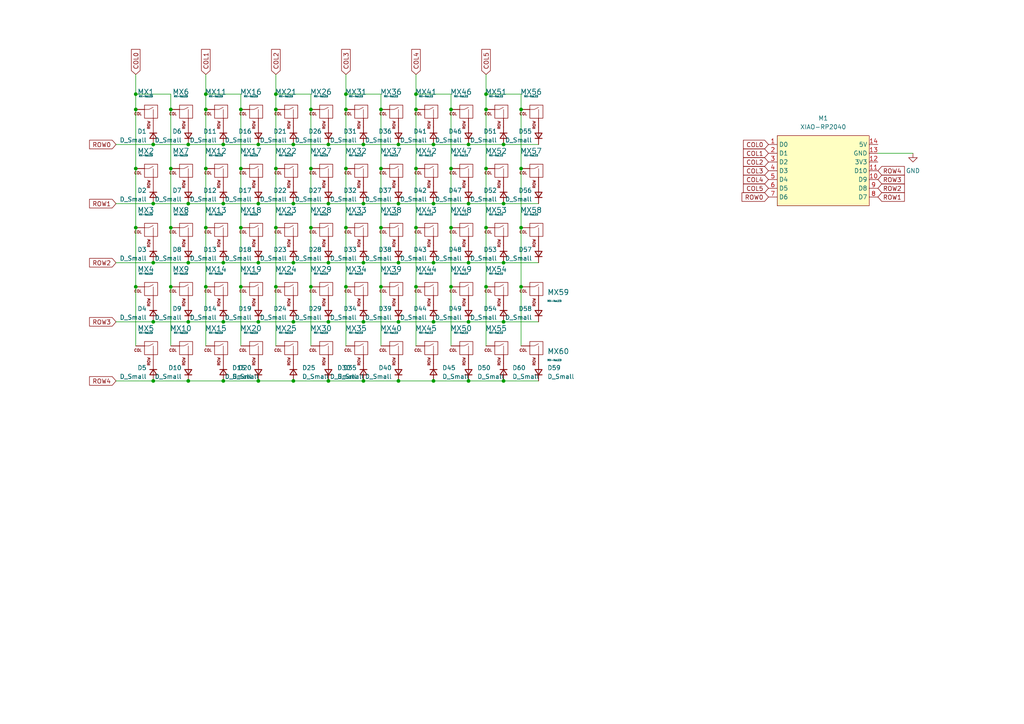
<source format=kicad_sch>
(kicad_sch (version 20211123) (generator eeschema)
  (paper "A4")
  (lib_symbols
    (symbol "Device:D_Small" (pin_numbers hide) (pin_names (offset 0.254) hide)
      (property "Reference" "D" (at -1.27 2.032 0))
      (property "Value" "D_Small" (at -3.81 -2.032 0))
      (symbol "D_Small_0_1"
        (polyline (pts (xy -0.762 -1.016) (xy -0.762 1.016)) (stroke (width 0.254)))
        (polyline (pts (xy -0.762 0) (xy 0.762 0)))
        (polyline (pts (xy 0.762 -1.016) (xy -0.762 0) (xy 0.762 1.016) (xy 0.762 -1.016)) (stroke (width 0.254)))
      )
      (symbol "D_Small_1_1"
        (pin passive line (at -2.54 0 0) (length 1.778) (name "K") (number "1"))
        (pin passive line (at 2.54 0 180) (length 1.778) (name "A") (number "2"))
      )
    )
    (symbol "MX_Alps_Hybrid:MX-NoLED" (pin_names (offset 1.016))
      (property "Reference" "MX" (at -0.635 3.81 0))
      (property "Value" "MX-NoLED" (at -0.635 1.27 0))
      (symbol "MX-NoLED_0_0"
        (rectangle (start -2.54 2.54) (end 1.27 -1.27))
        (polyline (pts (xy -1.27 -1.27) (xy -1.27 1.27)) (stroke (width 0.127)))
        (polyline (pts (xy 1.27 1.27) (xy 0 1.27) (xy -1.27 1.905)) (stroke (width 0.127)))
        (text "COL" (at 3.175 0 0) (effects (font (size 0.762 0.762))))
        (text "ROW" (at 0 -1.905 900) (effects (font (size 0.762 0.762)) (justify right)))
      )
      (symbol "MX-NoLED_1_1"
        (pin passive line (at 3.81 1.27 180) (length 2.54) (name "COL") (number "1"))
        (pin passive line (at -1.27 -3.81 90) (length 2.54) (name "ROW") (number "2"))
      )
    )
    (symbol "power:GND" (power) (pin_names (offset 0))
      (property "Value" "GND" (at 0 -3.81 0))
      (symbol "GND_0_1"
        (polyline (pts (xy 0 0) (xy 0 -1.27) (xy 1.27 -1.27) (xy 0 -2.54) (xy -1.27 -1.27) (xy 0 -1.27)))
      )
      (symbol "GND_1_1"
        (pin power_in line (at 0 0 270) (length 0) hide (name "GND") (number "1"))
      )
    )
    (symbol "xiao-rp2040:XIAO-RP2040"
      (property "Reference" "M" (at 0 0 0))
      (property "Value" "XIAO-RP2040" (at 0 2.54 0))
      (symbol "XIAO-RP2040_0_1"
        (rectangle (start -12.7 10.16) (end 13.97 -10.16) (fill (type background)))
      )
      (symbol "XIAO-RP2040_1_1"
        (pin bidirectional line (at -15.24 7.62 0) (length 2.54) (name "D0") (number "1"))
        (pin bidirectional line (at 16.51 -2.54 180) (length 2.54) (name "D9") (number "10"))
        (pin bidirectional line (at 16.51 0 180) (length 2.54) (name "D10") (number "11"))
        (pin power_in line (at 16.51 2.54 180) (length 2.54) (name "3V3") (number "12"))
        (pin power_in line (at 16.51 5.08 180) (length 2.54) (name "GND") (number "13"))
        (pin power_in line (at 16.51 7.62 180) (length 2.54) (name "5V") (number "14"))
        (pin bidirectional line (at -15.24 5.08 0) (length 2.54) (name "D1") (number "2"))
        (pin bidirectional line (at -15.24 2.54 0) (length 2.54) (name "D2") (number "3"))
        (pin bidirectional line (at -15.24 0 0) (length 2.54) (name "D3") (number "4"))
        (pin bidirectional line (at -15.24 -2.54 0) (length 2.54) (name "D4") (number "5"))
        (pin bidirectional line (at -15.24 -5.08 0) (length 2.54) (name "D5") (number "6"))
        (pin bidirectional line (at -15.24 -7.62 0) (length 2.54) (name "D6") (number "7"))
        (pin bidirectional line (at 16.51 -7.62 180) (length 2.54) (name "D7") (number "8"))
        (pin bidirectional line (at 16.51 -5.08 180) (length 2.54) (name "D8") (number "9"))
      )
    )
  )
  (junction (at 69.85 31.75))
  (junction (at 151.13 66.04))
  (junction (at 105.41 110.49))
  (junction (at 130.81 83.185))
  (junction (at 95.25 93.345))
  (junction (at 146.05 110.49))
  (junction (at 151.13 48.895))
  (junction (at 115.57 76.2))
  (junction (at 125.73 76.2))
  (junction (at 90.17 31.75))
  (junction (at 39.37 66.04))
  (junction (at 74.93 93.345))
  (junction (at 120.65 66.04))
  (junction (at 64.77 59.055))
  (junction (at 151.13 83.185))
  (junction (at 140.97 66.04))
  (junction (at 130.81 48.895))
  (junction (at 115.57 110.49))
  (junction (at 151.13 31.75))
  (junction (at 64.77 93.345))
  (junction (at 54.61 110.49))
  (junction (at 125.73 110.49))
  (junction (at 146.05 41.91))
  (junction (at 44.45 93.345))
  (junction (at 74.93 41.91))
  (junction (at 100.33 83.185))
  (junction (at 64.77 41.91))
  (junction (at 39.37 27.305))
  (junction (at 69.85 48.895))
  (junction (at 80.01 48.895))
  (junction (at 74.93 76.2))
  (junction (at 69.85 66.04))
  (junction (at 39.37 48.895))
  (junction (at 49.53 31.75))
  (junction (at 85.09 110.49))
  (junction (at 100.33 27.305))
  (junction (at 125.73 41.91))
  (junction (at 39.37 83.185))
  (junction (at 59.69 27.305))
  (junction (at 135.89 59.055))
  (junction (at 105.41 41.91))
  (junction (at 95.25 59.055))
  (junction (at 64.77 76.2))
  (junction (at 44.45 41.91))
  (junction (at 59.69 48.895))
  (junction (at 44.45 110.49))
  (junction (at 59.69 66.04))
  (junction (at 90.17 83.185))
  (junction (at 110.49 66.04))
  (junction (at 80.01 31.75))
  (junction (at 135.89 110.49))
  (junction (at 140.97 83.185))
  (junction (at 95.25 110.49))
  (junction (at 115.57 41.91))
  (junction (at 146.05 76.2))
  (junction (at 85.09 76.2))
  (junction (at 110.49 48.895))
  (junction (at 54.61 93.345))
  (junction (at 105.41 76.2))
  (junction (at 135.89 93.345))
  (junction (at 95.25 76.2))
  (junction (at 125.73 59.055))
  (junction (at 95.25 41.91))
  (junction (at 59.69 31.75))
  (junction (at 135.89 76.2))
  (junction (at 69.85 83.185))
  (junction (at 105.41 93.345))
  (junction (at 54.61 76.2))
  (junction (at 140.97 27.305))
  (junction (at 120.65 48.895))
  (junction (at 146.05 59.055))
  (junction (at 44.45 59.055))
  (junction (at 49.53 66.04))
  (junction (at 120.65 27.305))
  (junction (at 54.61 59.055))
  (junction (at 125.73 93.345))
  (junction (at 110.49 83.185))
  (junction (at 80.01 27.305))
  (junction (at 100.33 48.895))
  (junction (at 90.17 66.04))
  (junction (at 120.65 31.75))
  (junction (at 74.93 110.49))
  (junction (at 110.49 31.75))
  (junction (at 64.77 110.49))
  (junction (at 115.57 59.055))
  (junction (at 135.89 41.91))
  (junction (at 105.41 59.055))
  (junction (at 49.53 48.895))
  (junction (at 49.53 83.185))
  (junction (at 85.09 41.91))
  (junction (at 80.01 83.185))
  (junction (at 44.45 76.2))
  (junction (at 140.97 31.75))
  (junction (at 59.69 83.185))
  (junction (at 100.33 31.75))
  (junction (at 146.05 93.345))
  (junction (at 130.81 66.04))
  (junction (at 74.93 59.055))
  (junction (at 130.81 31.75))
  (junction (at 54.61 41.91))
  (junction (at 39.37 31.75))
  (junction (at 120.65 83.185))
  (junction (at 85.09 59.055))
  (junction (at 140.97 48.895))
  (junction (at 115.57 93.345))
  (junction (at 80.01 66.04))
  (junction (at 100.33 66.04))
  (junction (at 90.17 48.895))
  (junction (at 85.09 93.345))
  (wire (pts (xy 135.89 76.2) (xy 146.05 76.2)))
  (wire (pts (xy 85.09 110.49) (xy 95.25 110.49)))
  (wire (pts (xy 69.85 48.895) (xy 69.85 66.04)))
  (wire (pts (xy 39.37 21.59) (xy 39.37 27.305)))
  (wire (pts (xy 100.33 27.305) (xy 100.33 31.75)))
  (wire (pts (xy 151.13 83.185) (xy 151.13 100.33)))
  (wire (pts (xy 135.89 41.91) (xy 125.73 41.91)))
  (wire (pts (xy 140.97 83.185) (xy 140.97 100.33)))
  (wire (pts (xy 140.97 66.04) (xy 140.97 83.185)))
  (wire (pts (xy 95.25 41.91) (xy 85.09 41.91)))
  (wire (pts (xy 140.97 48.895) (xy 140.97 66.04)))
  (wire (pts (xy 74.93 93.345) (xy 85.09 93.345)))
  (wire (pts (xy 90.17 48.895) (xy 90.17 66.04)))
  (wire (pts (xy 39.37 31.75) (xy 39.37 48.895)))
  (wire (pts (xy 140.97 27.305) (xy 140.97 31.75)))
  (wire (pts (xy 130.81 31.75) (xy 130.81 27.305)))
  (wire (pts (xy 64.77 41.91) (xy 54.61 41.91)))
  (wire (pts (xy 140.97 21.59) (xy 140.97 27.305)))
  (wire (pts (xy 110.49 48.895) (xy 110.49 66.04)))
  (wire (pts (xy 100.33 21.59) (xy 100.33 27.305)))
  (wire (pts (xy 49.53 27.305) (xy 39.37 27.305)))
  (wire (pts (xy 135.89 59.055) (xy 146.05 59.055)))
  (wire (pts (xy 49.53 66.04) (xy 49.53 83.185)))
  (wire (pts (xy 146.05 110.49) (xy 156.21 110.49)))
  (wire (pts (xy 115.57 93.345) (xy 105.41 93.345)))
  (wire (pts (xy 49.53 31.75) (xy 49.53 48.895)))
  (wire (pts (xy 74.93 76.2) (xy 64.77 76.2)))
  (wire (pts (xy 125.73 59.055) (xy 115.57 59.055)))
  (wire (pts (xy 151.13 48.895) (xy 151.13 66.04)))
  (wire (pts (xy 59.69 31.75) (xy 59.69 48.895)))
  (wire (pts (xy 54.61 41.91) (xy 44.45 41.91)))
  (wire (pts (xy 39.37 83.185) (xy 39.37 100.33)))
  (wire (pts (xy 49.53 83.185) (xy 49.53 100.33)))
  (wire (pts (xy 140.97 31.75) (xy 140.97 48.895)))
  (wire (pts (xy 120.65 21.59) (xy 120.65 27.305)))
  (wire (pts (xy 80.01 31.75) (xy 80.01 48.895)))
  (wire (pts (xy 54.61 110.49) (xy 64.77 110.49)))
  (wire (pts (xy 80.01 27.305) (xy 80.01 31.75)))
  (wire (pts (xy 39.37 48.895) (xy 39.37 66.04)))
  (wire (pts (xy 105.41 110.49) (xy 115.57 110.49)))
  (wire (pts (xy 130.81 31.75) (xy 130.81 48.895)))
  (wire (pts (xy 39.37 66.04) (xy 39.37 83.185)))
  (wire (pts (xy 95.25 76.2) (xy 85.09 76.2)))
  (wire (pts (xy 90.17 83.185) (xy 90.17 100.33)))
  (wire (pts (xy 90.17 31.75) (xy 90.17 27.305)))
  (wire (pts (xy 74.93 93.345) (xy 64.77 93.345)))
  (wire (pts (xy 156.21 76.2) (xy 146.05 76.2)))
  (wire (pts (xy 69.85 31.75) (xy 69.85 48.895)))
  (wire (pts (xy 105.41 59.055) (xy 95.25 59.055)))
  (wire (pts (xy 151.13 31.75) (xy 151.13 48.895)))
  (wire (pts (xy 135.89 110.49) (xy 146.05 110.49)))
  (wire (pts (xy 95.25 110.49) (xy 105.41 110.49)))
  (wire (pts (xy 125.73 76.2) (xy 115.57 76.2)))
  (wire (pts (xy 33.655 41.91) (xy 44.45 41.91)))
  (wire (pts (xy 110.49 31.75) (xy 110.49 27.305)))
  (wire (pts (xy 110.49 27.305) (xy 100.33 27.305)))
  (wire (pts (xy 115.57 76.2) (xy 105.41 76.2)))
  (wire (pts (xy 49.53 48.895) (xy 49.53 66.04)))
  (wire (pts (xy 59.69 48.895) (xy 59.69 66.04)))
  (wire (pts (xy 64.77 93.345) (xy 54.61 93.345)))
  (wire (pts (xy 110.49 66.04) (xy 110.49 83.185)))
  (wire (pts (xy 69.85 83.185) (xy 69.85 100.33)))
  (wire (pts (xy 151.13 66.04) (xy 151.13 83.185)))
  (wire (pts (xy 130.81 27.305) (xy 120.65 27.305)))
  (wire (pts (xy 90.17 31.75) (xy 90.17 48.895)))
  (wire (pts (xy 156.21 93.345) (xy 146.05 93.345)))
  (wire (pts (xy 33.655 110.49) (xy 44.45 110.49)))
  (wire (pts (xy 49.53 31.75) (xy 49.53 27.305)))
  (wire (pts (xy 54.61 76.2) (xy 44.45 76.2)))
  (wire (pts (xy 130.81 48.895) (xy 130.81 66.04)))
  (wire (pts (xy 135.89 59.055) (xy 125.73 59.055)))
  (wire (pts (xy 74.93 41.91) (xy 64.77 41.91)))
  (wire (pts (xy 59.69 27.305) (xy 59.69 31.75)))
  (wire (pts (xy 33.655 93.345) (xy 44.45 93.345)))
  (wire (pts (xy 115.57 59.055) (xy 105.41 59.055)))
  (wire (pts (xy 125.73 93.345) (xy 115.57 93.345)))
  (wire (pts (xy 33.655 59.055) (xy 44.45 59.055)))
  (wire (pts (xy 74.93 41.91) (xy 85.09 41.91)))
  (wire (pts (xy 254.635 44.45) (xy 264.795 44.45)))
  (wire (pts (xy 120.65 31.75) (xy 120.65 48.895)))
  (wire (pts (xy 100.33 83.185) (xy 100.33 100.33)))
  (wire (pts (xy 110.49 31.75) (xy 110.49 48.895)))
  (wire (pts (xy 69.85 31.75) (xy 69.85 27.305)))
  (wire (pts (xy 105.41 76.2) (xy 95.25 76.2)))
  (wire (pts (xy 59.69 83.185) (xy 59.69 100.33)))
  (wire (pts (xy 80.01 83.185) (xy 80.01 100.33)))
  (wire (pts (xy 74.93 76.2) (xy 85.09 76.2)))
  (wire (pts (xy 59.69 66.04) (xy 59.69 83.185)))
  (wire (pts (xy 64.77 76.2) (xy 54.61 76.2)))
  (wire (pts (xy 100.33 48.895) (xy 100.33 66.04)))
  (wire (pts (xy 80.01 48.895) (xy 80.01 66.04)))
  (wire (pts (xy 105.41 93.345) (xy 95.25 93.345)))
  (wire (pts (xy 80.01 21.59) (xy 80.01 27.305)))
  (wire (pts (xy 115.57 110.49) (xy 125.73 110.49)))
  (wire (pts (xy 151.13 27.305) (xy 140.97 27.305)))
  (wire (pts (xy 69.85 66.04) (xy 69.85 83.185)))
  (wire (pts (xy 156.21 41.91) (xy 146.05 41.91)))
  (wire (pts (xy 120.65 48.895) (xy 120.65 66.04)))
  (wire (pts (xy 156.21 59.055) (xy 146.05 59.055)))
  (wire (pts (xy 64.77 59.055) (xy 54.61 59.055)))
  (wire (pts (xy 69.85 27.305) (xy 59.69 27.305)))
  (wire (pts (xy 151.13 27.305) (xy 151.13 31.75)))
  (wire (pts (xy 100.33 66.04) (xy 100.33 83.185)))
  (wire (pts (xy 130.81 83.185) (xy 130.81 100.33)))
  (wire (pts (xy 100.33 31.75) (xy 100.33 48.895)))
  (wire (pts (xy 95.25 93.345) (xy 85.09 93.345)))
  (wire (pts (xy 74.93 59.055) (xy 85.09 59.055)))
  (wire (pts (xy 59.69 21.59) (xy 59.69 27.305)))
  (wire (pts (xy 90.17 66.04) (xy 90.17 83.185)))
  (wire (pts (xy 130.81 66.04) (xy 130.81 83.185)))
  (wire (pts (xy 80.01 66.04) (xy 80.01 83.185)))
  (wire (pts (xy 135.89 93.345) (xy 146.05 93.345)))
  (wire (pts (xy 90.17 27.305) (xy 80.01 27.305)))
  (wire (pts (xy 125.73 41.91) (xy 115.57 41.91)))
  (wire (pts (xy 105.41 41.91) (xy 95.25 41.91)))
  (wire (pts (xy 135.89 76.2) (xy 125.73 76.2)))
  (wire (pts (xy 120.65 27.305) (xy 120.65 31.75)))
  (wire (pts (xy 74.93 110.49) (xy 85.09 110.49)))
  (wire (pts (xy 74.93 59.055) (xy 64.77 59.055)))
  (wire (pts (xy 54.61 59.055) (xy 44.45 59.055)))
  (wire (pts (xy 135.89 41.91) (xy 146.05 41.91)))
  (wire (pts (xy 110.49 83.185) (xy 110.49 100.33)))
  (wire (pts (xy 120.65 83.185) (xy 120.65 100.33)))
  (wire (pts (xy 115.57 41.91) (xy 105.41 41.91)))
  (wire (pts (xy 64.77 110.49) (xy 74.93 110.49)))
  (wire (pts (xy 120.65 66.04) (xy 120.65 83.185)))
  (wire (pts (xy 33.655 76.2) (xy 44.45 76.2)))
  (wire (pts (xy 44.45 110.49) (xy 54.61 110.49)))
  (wire (pts (xy 95.25 59.055) (xy 85.09 59.055)))
  (wire (pts (xy 125.73 110.49) (xy 135.89 110.49)))
  (wire (pts (xy 39.37 27.305) (xy 39.37 31.75)))
  (wire (pts (xy 54.61 93.345) (xy 44.45 93.345)))
  (wire (pts (xy 135.89 93.345) (xy 125.73 93.345)))
  (global_label "ROW1" (shape input) (at 254.635 57.15 0) (property "Intersheet References" "${INTERSHEET_REFS}" (effects hide)))
  (global_label "ROW2" (shape input) (at 33.655 76.2 180) (property "Intersheet References" "${INTERSHEET_REFS}" (effects hide)))
  (global_label "ROW4" (shape input) (at 254.635 49.53 0) (property "Intersheet References" "${INTERSHEET_REFS}" (effects hide)))
  (global_label "ROW1" (shape input) (at 33.655 59.055 180) (property "Intersheet References" "${INTERSHEET_REFS}" (effects hide)))
  (global_label "COL2" (shape input) (at 222.885 46.99 180) (property "Intersheet References" "${INTERSHEET_REFS}" (effects hide)))
  (global_label "COL4" (shape input) (at 120.65 21.59 90) (property "Intersheet References" "${INTERSHEET_REFS}" (effects hide)))
  (global_label "COL0" (shape input) (at 222.885 41.91 180) (property "Intersheet References" "${INTERSHEET_REFS}" (effects hide)))
  (global_label "COL4" (shape input) (at 222.885 52.07 180) (property "Intersheet References" "${INTERSHEET_REFS}" (effects hide)))
  (global_label "COL2" (shape input) (at 80.01 21.59 90) (property "Intersheet References" "${INTERSHEET_REFS}" (effects hide)))
  (global_label "COL3" (shape input) (at 222.885 49.53 180) (property "Intersheet References" "${INTERSHEET_REFS}" (effects hide)))
  (global_label "COL0" (shape input) (at 39.37 21.59 90) (property "Intersheet References" "${INTERSHEET_REFS}" (effects hide)))
  (global_label "COL1" (shape input) (at 222.885 44.45 180) (property "Intersheet References" "${INTERSHEET_REFS}" (effects hide)))
  (global_label "ROW0" (shape input) (at 33.655 41.91 180) (property "Intersheet References" "${INTERSHEET_REFS}" (effects hide)))
  (global_label "ROW3" (shape input) (at 33.655 93.345 180) (property "Intersheet References" "${INTERSHEET_REFS}" (effects hide)))
  (global_label "ROW3" (shape input) (at 254.635 52.07 0) (property "Intersheet References" "${INTERSHEET_REFS}" (effects hide)))
  (global_label "ROW4" (shape input) (at 33.655 110.49 180) (property "Intersheet References" "${INTERSHEET_REFS}" (effects hide)))
  (global_label "COL5" (shape input) (at 222.885 54.61 180) (property "Intersheet References" "${INTERSHEET_REFS}" (effects hide)))
  (global_label "COL1" (shape input) (at 59.69 21.59 90) (property "Intersheet References" "${INTERSHEET_REFS}" (effects hide)))
  (global_label "ROW2" (shape input) (at 254.635 54.61 0) (property "Intersheet References" "${INTERSHEET_REFS}" (effects hide)))
  (global_label "COL5" (shape input) (at 140.97 21.59 90) (property "Intersheet References" "${INTERSHEET_REFS}" (effects hide)))
  (global_label "COL3" (shape input) (at 100.33 21.59 90) (property "Intersheet References" "${INTERSHEET_REFS}" (effects hide)))
  (global_label "ROW0" (shape input) (at 222.885 57.15 180) (property "Intersheet References" "${INTERSHEET_REFS}" (effects hide)))
  (symbol (lib_id "Device:D_Small") (at 156.21 107.95 270) (mirror x) (unit 1)
    (property "Reference" "D59" (at 158.75 106.6799 90) (effects (justify left)))
    (property "Value" "D_Small" (at 158.75 109.2199 90) (effects (justify left)))
    (property "Footprint" "Diode_SMD:D_SOD-123" (effects hide))
  )
  (symbol (lib_id "MX_Alps_Hybrid:MX-NoLED") (at 154.94 50.165 0) (mirror y) (unit 1)
    (property "Reference" "MX57" (at 154.0544 43.815 0) (effects (font (size 1.524 1.524))))
    (property "Value" "MX-NoLED" (at 154.0544 45.085 0) (effects (font (size 0.508 0.508))))
    (property "Footprint" "hitek725:Hitek725-1U" (effects hide))
  )
  (symbol (lib_id "MX_Alps_Hybrid:MX-NoLED") (at 104.14 50.165 0) (mirror y) (unit 1)
    (property "Reference" "MX32" (at 103.2544 43.815 0) (effects (font (size 1.524 1.524))))
    (property "Value" "MX-NoLED" (at 103.2544 45.085 0) (effects (font (size 0.508 0.508))))
    (property "Footprint" "hitek725:Hitek725-1U" (effects hide))
  )
  (symbol (lib_id "MX_Alps_Hybrid:MX-NoLED") (at 43.18 101.6 0) (mirror y) (unit 1)
    (property "Reference" "MX5" (at 42.2944 95.25 0) (effects (font (size 1.524 1.524))))
    (property "Value" "MX-NoLED" (at 42.2944 96.52 0) (effects (font (size 0.508 0.508))))
    (property "Footprint" "hitek725:Hitek725-1.5U" (effects hide))
  )
  (symbol (lib_id "MX_Alps_Hybrid:MX-NoLED") (at 73.66 67.31 0) (mirror y) (unit 1)
    (property "Reference" "MX18" (at 72.7744 60.96 0) (effects (font (size 1.524 1.524))))
    (property "Value" "MX-NoLED" (at 72.7744 62.23 0) (effects (font (size 0.508 0.508))))
    (property "Footprint" "hitek725:Hitek725-1U" (effects hide))
  )
  (symbol (lib_id "MX_Alps_Hybrid:MX-NoLED") (at 114.3 50.165 0) (mirror y) (unit 1)
    (property "Reference" "MX37" (at 113.4144 43.815 0) (effects (font (size 1.524 1.524))))
    (property "Value" "MX-NoLED" (at 113.4144 45.085 0) (effects (font (size 0.508 0.508))))
    (property "Footprint" "hitek725:Hitek725-1U" (effects hide))
  )
  (symbol (lib_id "Device:D_Small") (at 85.09 39.37 90) (mirror x) (unit 1)
    (property "Reference" "D21" (at 83.185 38.0999 90) (effects (justify left)))
    (property "Value" "D_Small" (at 83.185 40.6399 90) (effects (justify left)))
    (property "Footprint" "Diode_SMD:D_SOD-123" (effects hide))
  )
  (symbol (lib_id "Device:D_Small") (at 105.41 73.66 90) (mirror x) (unit 1)
    (property "Reference" "D33" (at 103.505 72.3899 90) (effects (justify left)))
    (property "Value" "D_Small" (at 103.505 74.9299 90) (effects (justify left)))
    (property "Footprint" "Diode_SMD:D_SOD-123" (effects hide))
  )
  (symbol (lib_id "Device:D_Small") (at 44.45 73.66 90) (mirror x) (unit 1)
    (property "Reference" "D3" (at 42.545 72.3899 90) (effects (justify left)))
    (property "Value" "D_Small" (at 42.545 74.9299 90) (effects (justify left)))
    (property "Footprint" "Diode_SMD:D_SOD-123" (effects hide))
  )
  (symbol (lib_id "MX_Alps_Hybrid:MX-NoLED") (at 134.62 50.165 0) (mirror y) (unit 1)
    (property "Reference" "MX47" (at 133.7344 43.815 0) (effects (font (size 1.524 1.524))))
    (property "Value" "MX-NoLED" (at 133.7344 45.085 0) (effects (font (size 0.508 0.508))))
    (property "Footprint" "hitek725:Hitek725-1U" (effects hide))
  )
  (symbol (lib_id "MX_Alps_Hybrid:MX-NoLED") (at 124.46 101.6 0) (mirror y) (unit 1)
    (property "Reference" "MX45" (at 123.5744 95.25 0) (effects (font (size 1.524 1.524))))
    (property "Value" "MX-NoLED" (at 123.5744 96.52 0) (effects (font (size 0.508 0.508))))
    (property "Footprint" "hitek725:Hitek725-2U" (effects hide))
  )
  (symbol (lib_id "MX_Alps_Hybrid:MX-NoLED") (at 63.5 67.31 0) (mirror y) (unit 1)
    (property "Reference" "MX13" (at 62.6144 60.96 0) (effects (font (size 1.524 1.524))))
    (property "Value" "MX-NoLED" (at 62.6144 62.23 0) (effects (font (size 0.508 0.508))))
    (property "Footprint" "hitek725:Hitek725-1U" (effects hide))
  )
  (symbol (lib_id "MX_Alps_Hybrid:MX-NoLED") (at 134.62 67.31 0) (mirror y) (unit 1)
    (property "Reference" "MX48" (at 133.7344 60.96 0) (effects (font (size 1.524 1.524))))
    (property "Value" "MX-NoLED" (at 133.7344 62.23 0) (effects (font (size 0.508 0.508))))
    (property "Footprint" "hitek725:Hitek725-1U" (effects hide))
  )
  (symbol (lib_id "Device:D_Small") (at 125.73 39.37 90) (mirror x) (unit 1)
    (property "Reference" "D41" (at 123.825 38.0999 90) (effects (justify left)))
    (property "Value" "D_Small" (at 123.825 40.6399 90) (effects (justify left)))
    (property "Footprint" "Diode_SMD:D_SOD-123" (effects hide))
  )
  (symbol (lib_id "Device:D_Small") (at 74.93 107.95 270) (mirror x) (unit 1)
    (property "Reference" "D20" (at 73.025 106.6799 90) (effects (justify right)))
    (property "Value" "D_Small" (at 73.025 109.2199 90) (effects (justify right)))
    (property "Footprint" "Diode_SMD:D_SOD-123" (effects hide))
  )
  (symbol (lib_id "Device:D_Small") (at 74.93 73.66 270) (mirror x) (unit 1)
    (property "Reference" "D18" (at 73.025 72.3899 90) (effects (justify right)))
    (property "Value" "D_Small" (at 73.025 74.9299 90) (effects (justify right)))
    (property "Footprint" "Diode_SMD:D_SOD-123" (effects hide))
  )
  (symbol (lib_id "Device:D_Small") (at 95.25 107.95 270) (mirror x) (unit 1)
    (property "Reference" "D30" (at 97.79 106.6799 90) (effects (justify left)))
    (property "Value" "D_Small" (at 97.79 109.2199 90) (effects (justify left)))
    (property "Footprint" "Diode_SMD:D_SOD-123" (effects hide))
  )
  (symbol (lib_id "MX_Alps_Hybrid:MX-NoLED") (at 134.62 33.02 0) (mirror y) (unit 1)
    (property "Reference" "MX46" (at 133.7344 26.67 0) (effects (font (size 1.524 1.524))))
    (property "Value" "MX-NoLED" (at 133.7344 27.94 0) (effects (font (size 0.508 0.508))))
    (property "Footprint" "hitek725:Hitek725-1U" (effects hide))
  )
  (symbol (lib_id "Device:D_Small") (at 146.05 90.805 90) (mirror x) (unit 1)
    (property "Reference" "D54" (at 144.145 89.5349 90) (effects (justify left)))
    (property "Value" "D_Small" (at 144.145 92.0749 90) (effects (justify left)))
    (property "Footprint" "Diode_SMD:D_SOD-123" (effects hide))
  )
  (symbol (lib_id "MX_Alps_Hybrid:MX-NoLED") (at 83.82 50.165 0) (mirror y) (unit 1)
    (property "Reference" "MX22" (at 82.9344 43.815 0) (effects (font (size 1.524 1.524))))
    (property "Value" "MX-NoLED" (at 82.9344 45.085 0) (effects (font (size 0.508 0.508))))
    (property "Footprint" "hitek725:Hitek725-1U" (effects hide))
  )
  (symbol (lib_id "MX_Alps_Hybrid:MX-NoLED") (at 124.46 33.02 0) (mirror y) (unit 1)
    (property "Reference" "MX41" (at 123.5744 26.67 0) (effects (font (size 1.524 1.524))))
    (property "Value" "MX-NoLED" (at 123.5744 27.94 0) (effects (font (size 0.508 0.508))))
    (property "Footprint" "hitek725:Hitek725-1U" (effects hide))
  )
  (symbol (lib_id "MX_Alps_Hybrid:MX-NoLED") (at 53.34 101.6 0) (mirror y) (unit 1)
    (property "Reference" "MX10" (at 52.4544 95.25 0) (effects (font (size 1.524 1.524))))
    (property "Value" "MX-NoLED" (at 52.4544 96.52 0) (effects (font (size 0.508 0.508))))
    (property "Footprint" "hitek725:Hitek725-1U" (effects hide))
  )
  (symbol (lib_id "MX_Alps_Hybrid:MX-NoLED") (at 144.78 50.165 0) (mirror y) (unit 1)
    (property "Reference" "MX52" (at 143.8944 43.815 0) (effects (font (size 1.524 1.524))))
    (property "Value" "MX-NoLED" (at 143.8944 45.085 0) (effects (font (size 0.508 0.508))))
    (property "Footprint" "hitek725:Hitek725-1U" (effects hide))
  )
  (symbol (lib_id "Device:D_Small") (at 44.45 90.805 90) (mirror x) (unit 1)
    (property "Reference" "D4" (at 42.545 89.5349 90) (effects (justify left)))
    (property "Value" "D_Small" (at 42.545 92.0749 90) (effects (justify left)))
    (property "Footprint" "Diode_SMD:D_SOD-123" (effects hide))
  )
  (symbol (lib_id "MX_Alps_Hybrid:MX-NoLED") (at 83.82 33.02 0) (mirror y) (unit 1)
    (property "Reference" "MX21" (at 82.9344 26.67 0) (effects (font (size 1.524 1.524))))
    (property "Value" "MX-NoLED" (at 82.9344 27.94 0) (effects (font (size 0.508 0.508))))
    (property "Footprint" "hitek725:Hitek725-1U" (effects hide))
  )
  (symbol (lib_id "Device:D_Small") (at 95.25 56.515 270) (mirror x) (unit 1)
    (property "Reference" "D27" (at 93.345 55.2449 90) (effects (justify right)))
    (property "Value" "D_Small" (at 93.345 57.7849 90) (effects (justify right)))
    (property "Footprint" "Diode_SMD:D_SOD-123" (effects hide))
  )
  (symbol (lib_id "MX_Alps_Hybrid:MX-NoLED") (at 124.46 50.165 0) (mirror y) (unit 1)
    (property "Reference" "MX42" (at 123.5744 43.815 0) (effects (font (size 1.524 1.524))))
    (property "Value" "MX-NoLED" (at 123.5744 45.085 0) (effects (font (size 0.508 0.508))))
    (property "Footprint" "hitek725:Hitek725-1U" (effects hide))
  )
  (symbol (lib_id "MX_Alps_Hybrid:MX-NoLED") (at 114.3 67.31 0) (mirror y) (unit 1)
    (property "Reference" "MX38" (at 113.4144 60.96 0) (effects (font (size 1.524 1.524))))
    (property "Value" "MX-NoLED" (at 113.4144 62.23 0) (effects (font (size 0.508 0.508))))
    (property "Footprint" "hitek725:Hitek725-1U" (effects hide))
  )
  (symbol (lib_id "MX_Alps_Hybrid:MX-NoLED") (at 114.3 84.455 0) (mirror y) (unit 1)
    (property "Reference" "MX39" (at 113.4144 78.105 0) (effects (font (size 1.524 1.524))))
    (property "Value" "MX-NoLED" (at 113.4144 79.375 0) (effects (font (size 0.508 0.508))))
    (property "Footprint" "hitek725:Hitek725-1U" (effects hide))
  )
  (symbol (lib_id "MX_Alps_Hybrid:MX-NoLED") (at 43.18 67.31 0) (mirror y) (unit 1)
    (property "Reference" "MX3" (at 42.2944 60.96 0) (effects (font (size 1.524 1.524))))
    (property "Value" "MX-NoLED" (at 42.2944 62.23 0) (effects (font (size 0.508 0.508))))
    (property "Footprint" "hitek725:Hitek725-1.75U" (effects hide))
  )
  (symbol (lib_id "MX_Alps_Hybrid:MX-NoLED") (at 124.46 84.455 0) (mirror y) (unit 1)
    (property "Reference" "MX44" (at 123.5744 78.105 0) (effects (font (size 1.524 1.524))))
    (property "Value" "MX-NoLED" (at 123.5744 79.375 0) (effects (font (size 0.508 0.508))))
    (property "Footprint" "hitek725:Hitek725-1U" (effects hide))
  )
  (symbol (lib_id "Device:D_Small") (at 74.93 56.515 270) (mirror x) (unit 1)
    (property "Reference" "D17" (at 73.025 55.2449 90) (effects (justify right)))
    (property "Value" "D_Small" (at 73.025 57.7849 90) (effects (justify right)))
    (property "Footprint" "Diode_SMD:D_SOD-123" (effects hide))
  )
  (symbol (lib_id "Device:D_Small") (at 135.89 107.95 90) (unit 1)
    (property "Reference" "D50" (at 138.43 106.6799 90) (effects (justify right)))
    (property "Value" "D_Small" (at 138.43 109.2199 90) (effects (justify right)))
    (property "Footprint" "Diode_SMD:D_SOD-123" (effects hide))
  )
  (symbol (lib_id "Device:D_Small") (at 85.09 107.95 90) (mirror x) (unit 1)
    (property "Reference" "D25" (at 87.63 106.6799 90) (effects (justify right)))
    (property "Value" "D_Small" (at 87.63 109.2199 90) (effects (justify right)))
    (property "Footprint" "Diode_SMD:D_SOD-123" (effects hide))
  )
  (symbol (lib_id "MX_Alps_Hybrid:MX-NoLED") (at 104.14 33.02 0) (mirror y) (unit 1)
    (property "Reference" "MX31" (at 103.2544 26.67 0) (effects (font (size 1.524 1.524))))
    (property "Value" "MX-NoLED" (at 103.2544 27.94 0) (effects (font (size 0.508 0.508))))
    (property "Footprint" "hitek725:Hitek725-1U" (effects hide))
  )
  (symbol (lib_id "Device:D_Small") (at 105.41 39.37 90) (mirror x) (unit 1)
    (property "Reference" "D31" (at 103.505 38.0999 90) (effects (justify left)))
    (property "Value" "D_Small" (at 103.505 40.6399 90) (effects (justify left)))
    (property "Footprint" "Diode_SMD:D_SOD-123" (effects hide))
  )
  (symbol (lib_id "Device:D_Small") (at 95.25 73.66 270) (mirror x) (unit 1)
    (property "Reference" "D28" (at 93.345 72.3899 90) (effects (justify right)))
    (property "Value" "D_Small" (at 93.345 74.9299 90) (effects (justify right)))
    (property "Footprint" "Diode_SMD:D_SOD-123" (effects hide))
  )
  (symbol (lib_id "Device:D_Small") (at 156.21 56.515 270) (mirror x) (unit 1)
    (property "Reference" "D56" (at 154.305 55.2449 90) (effects (justify right)))
    (property "Value" "D_Small" (at 154.305 57.7849 90) (effects (justify right)))
    (property "Footprint" "Diode_SMD:D_SOD-123" (effects hide))
  )
  (symbol (lib_id "Device:D_Small") (at 54.61 73.66 270) (mirror x) (unit 1)
    (property "Reference" "D8" (at 52.705 72.3899 90) (effects (justify right)))
    (property "Value" "D_Small" (at 52.705 74.9299 90) (effects (justify right)))
    (property "Footprint" "Diode_SMD:D_SOD-123" (effects hide))
  )
  (symbol (lib_id "MX_Alps_Hybrid:MX-NoLED") (at 73.66 101.6 0) (mirror y) (unit 1)
    (property "Reference" "MX20" (at 72.7744 95.25 0) (effects (font (size 1.524 1.524))))
    (property "Value" "MX-NoLED" (at 72.7744 96.52 0) (effects (font (size 0.508 0.508))))
    (property "Footprint" "hitek725:Hitek725-7U" (effects hide))
  )
  (symbol (lib_id "Device:D_Small") (at 54.61 90.805 270) (mirror x) (unit 1)
    (property "Reference" "D9" (at 52.705 89.5349 90) (effects (justify right)))
    (property "Value" "D_Small" (at 52.705 92.0749 90) (effects (justify right)))
    (property "Footprint" "Diode_SMD:D_SOD-123" (effects hide))
  )
  (symbol (lib_id "Device:D_Small") (at 135.89 90.805 270) (mirror x) (unit 1)
    (property "Reference" "D49" (at 133.985 89.5349 90) (effects (justify right)))
    (property "Value" "D_Small" (at 133.985 92.0749 90) (effects (justify right)))
    (property "Footprint" "Diode_SMD:D_SOD-123" (effects hide))
  )
  (symbol (lib_id "Device:D_Small") (at 105.41 56.515 90) (mirror x) (unit 1)
    (property "Reference" "D32" (at 103.505 55.2449 90) (effects (justify left)))
    (property "Value" "D_Small" (at 103.505 57.7849 90) (effects (justify left)))
    (property "Footprint" "Diode_SMD:D_SOD-123" (effects hide))
  )
  (symbol (lib_id "Device:D_Small") (at 135.89 73.66 270) (mirror x) (unit 1)
    (property "Reference" "D48" (at 133.985 72.3899 90) (effects (justify right)))
    (property "Value" "D_Small" (at 133.985 74.9299 90) (effects (justify right)))
    (property "Footprint" "Diode_SMD:D_SOD-123" (effects hide))
  )
  (symbol (lib_id "xiao-rp2040:XIAO-RP2040") (at 238.125 49.53 0) (unit 1)
    (property "Reference" "M1" (at 238.76 34.29 0))
    (property "Value" "XIAO-RP2040" (at 238.76 36.83 0))
    (property "Footprint" "xiao2040 schematics:XIAO-RP2040" (effects hide))
  )
  (symbol (lib_id "MX_Alps_Hybrid:MX-NoLED") (at 93.98 67.31 0) (mirror y) (unit 1)
    (property "Reference" "MX28" (at 93.0944 60.96 0) (effects (font (size 1.524 1.524))))
    (property "Value" "MX-NoLED" (at 93.0944 62.23 0) (effects (font (size 0.508 0.508))))
    (property "Footprint" "hitek725:Hitek725-1U" (effects hide))
  )
  (symbol (lib_id "power:GND") (at 264.795 44.45 0) (unit 1)
    (property "Reference" "#PWR?" (effects hide))
    (property "Value" "GND" (at 264.795 49.53 0))
  )
  (symbol (lib_id "MX_Alps_Hybrid:MX-NoLED") (at 154.94 33.02 0) (mirror y) (unit 1)
    (property "Reference" "MX56" (at 154.0544 26.67 0) (effects (font (size 1.524 1.524))))
    (property "Value" "MX-NoLED" (at 154.0544 27.94 0) (effects (font (size 0.508 0.508))))
    (property "Footprint" "hitek725:Hitek725-1U" (effects hide))
  )
  (symbol (lib_id "MX_Alps_Hybrid:MX-NoLED") (at 93.98 84.455 0) (mirror y) (unit 1)
    (property "Reference" "MX29" (at 93.0944 78.105 0) (effects (font (size 1.524 1.524))))
    (property "Value" "MX-NoLED" (at 93.0944 79.375 0) (effects (font (size 0.508 0.508))))
    (property "Footprint" "hitek725:Hitek725-1U" (effects hide))
  )
  (symbol (lib_id "MX_Alps_Hybrid:MX-NoLED") (at 93.98 50.165 0) (mirror y) (unit 1)
    (property "Reference" "MX27" (at 93.0944 43.815 0) (effects (font (size 1.524 1.524))))
    (property "Value" "MX-NoLED" (at 93.0944 45.085 0) (effects (font (size 0.508 0.508))))
    (property "Footprint" "hitek725:Hitek725-1U" (effects hide))
  )
  (symbol (lib_id "MX_Alps_Hybrid:MX-NoLED") (at 43.18 33.02 0) (mirror y) (unit 1)
    (property "Reference" "MX1" (at 42.2944 26.67 0) (effects (font (size 1.524 1.524))))
    (property "Value" "MX-NoLED" (at 42.2944 27.94 0) (effects (font (size 0.508 0.508))))
    (property "Footprint" "hitek725:Hitek725-1U" (effects hide))
  )
  (symbol (lib_id "Device:D_Small") (at 125.73 56.515 90) (mirror x) (unit 1)
    (property "Reference" "D42" (at 123.825 55.2449 90) (effects (justify left)))
    (property "Value" "D_Small" (at 123.825 57.7849 90) (effects (justify left)))
    (property "Footprint" "Diode_SMD:D_SOD-123" (effects hide))
  )
  (symbol (lib_id "MX_Alps_Hybrid:MX-NoLED") (at 53.34 67.31 0) (mirror y) (unit 1)
    (property "Reference" "MX8" (at 52.4544 60.96 0) (effects (font (size 1.524 1.524))))
    (property "Value" "MX-NoLED" (at 52.4544 62.23 0) (effects (font (size 0.508 0.508))))
    (property "Footprint" "hitek725:Hitek725-1U" (effects hide))
  )
  (symbol (lib_id "Device:D_Small") (at 146.05 107.95 90) (mirror x) (unit 1)
    (property "Reference" "D60" (at 148.59 106.6799 90) (effects (justify right)))
    (property "Value" "D_Small" (at 148.59 109.2199 90) (effects (justify right)))
    (property "Footprint" "Diode_SMD:D_SOD-123" (effects hide))
  )
  (symbol (lib_id "Device:D_Small") (at 115.57 39.37 270) (mirror x) (unit 1)
    (property "Reference" "D36" (at 113.665 38.0999 90) (effects (justify right)))
    (property "Value" "D_Small" (at 113.665 40.6399 90) (effects (justify right)))
    (property "Footprint" "Diode_SMD:D_SOD-123" (effects hide))
  )
  (symbol (lib_id "Device:D_Small") (at 95.25 90.805 270) (mirror x) (unit 1)
    (property "Reference" "D29" (at 93.345 89.5349 90) (effects (justify right)))
    (property "Value" "D_Small" (at 93.345 92.0749 90) (effects (justify right)))
    (property "Footprint" "Diode_SMD:D_SOD-123" (effects hide))
  )
  (symbol (lib_id "MX_Alps_Hybrid:MX-NoLED") (at 43.18 50.165 0) (mirror y) (unit 1)
    (property "Reference" "MX2" (at 42.2944 43.815 0) (effects (font (size 1.524 1.524))))
    (property "Value" "MX-NoLED" (at 42.2944 45.085 0) (effects (font (size 0.508 0.508))))
    (property "Footprint" "hitek725:Hitek725-1.5U" (effects hide))
  )
  (symbol (lib_id "Device:D_Small") (at 64.77 56.515 90) (mirror x) (unit 1)
    (property "Reference" "D12" (at 62.865 55.2449 90) (effects (justify left)))
    (property "Value" "D_Small" (at 62.865 57.7849 90) (effects (justify left)))
    (property "Footprint" "Diode_SMD:D_SOD-123" (effects hide))
  )
  (symbol (lib_id "MX_Alps_Hybrid:MX-NoLED") (at 144.78 101.6 0) (mirror y) (unit 1)
    (property "Reference" "MX55" (at 143.8944 95.25 0) (effects (font (size 1.524 1.524))))
    (property "Value" "MX-NoLED" (at 143.8944 96.52 0) (effects (font (size 0.508 0.508))))
    (property "Footprint" "hitek725:Hitek725-1U" (effects hide))
  )
  (symbol (lib_id "MX_Alps_Hybrid:MX-NoLED") (at 93.98 33.02 0) (mirror y) (unit 1)
    (property "Reference" "MX26" (at 93.0944 26.67 0) (effects (font (size 1.524 1.524))))
    (property "Value" "MX-NoLED" (at 93.0944 27.94 0) (effects (font (size 0.508 0.508))))
    (property "Footprint" "hitek725:Hitek725-1U" (effects hide))
  )
  (symbol (lib_id "MX_Alps_Hybrid:MX-NoLED") (at 63.5 101.6 0) (mirror y) (unit 1)
    (property "Reference" "MX15" (at 62.6144 95.25 0) (effects (font (size 1.524 1.524))))
    (property "Value" "MX-NoLED" (at 62.6144 96.52 0) (effects (font (size 0.508 0.508))))
    (property "Footprint" "hitek725:Hitek725-1.5U" (effects hide))
  )
  (symbol (lib_id "Device:D_Small") (at 115.57 107.95 270) (mirror x) (unit 1)
    (property "Reference" "D40" (at 113.665 106.6799 90) (effects (justify right)))
    (property "Value" "D_Small" (at 113.665 109.2199 90) (effects (justify right)))
    (property "Footprint" "Diode_SMD:D_SOD-123" (effects hide))
  )
  (symbol (lib_id "Device:D_Small") (at 135.89 56.515 270) (mirror x) (unit 1)
    (property "Reference" "D47" (at 133.985 55.2449 90) (effects (justify right)))
    (property "Value" "D_Small" (at 133.985 57.7849 90) (effects (justify right)))
    (property "Footprint" "Diode_SMD:D_SOD-123" (effects hide))
  )
  (symbol (lib_id "MX_Alps_Hybrid:MX-NoLED") (at 63.5 84.455 0) (mirror y) (unit 1)
    (property "Reference" "MX14" (at 62.6144 78.105 0) (effects (font (size 1.524 1.524))))
    (property "Value" "MX-NoLED" (at 62.6144 79.375 0) (effects (font (size 0.508 0.508))))
    (property "Footprint" "hitek725:Hitek725-1U" (effects hide))
  )
  (symbol (lib_id "Device:D_Small") (at 125.73 90.805 90) (mirror x) (unit 1)
    (property "Reference" "D44" (at 123.825 89.5349 90) (effects (justify left)))
    (property "Value" "D_Small" (at 123.825 92.0749 90) (effects (justify left)))
    (property "Footprint" "Diode_SMD:D_SOD-123" (effects hide))
  )
  (symbol (lib_id "Device:D_Small") (at 135.89 39.37 270) (mirror x) (unit 1)
    (property "Reference" "D46" (at 133.985 38.0999 90) (effects (justify right)))
    (property "Value" "D_Small" (at 133.985 40.6399 90) (effects (justify right)))
    (property "Footprint" "Diode_SMD:D_SOD-123" (effects hide))
  )
  (symbol (lib_id "Device:D_Small") (at 44.45 39.37 90) (mirror x) (unit 1)
    (property "Reference" "D1" (at 42.545 38.0999 90) (effects (justify left)))
    (property "Value" "D_Small" (at 42.545 40.6399 90) (effects (justify left)))
    (property "Footprint" "Diode_SMD:D_SOD-123" (effects hide))
  )
  (symbol (lib_id "MX_Alps_Hybrid:MX-NoLED") (at 93.98 101.6 0) (mirror y) (unit 1)
    (property "Reference" "MX30" (at 93.0944 95.25 0) (effects (font (size 1.524 1.524))))
    (property "Value" "MX-NoLED" (at 93.0944 96.52 0) (effects (font (size 0.508 0.508))))
    (property "Footprint" "hitek725:Hitek725-1U" (effects hide))
  )
  (symbol (lib_id "Device:D_Small") (at 64.77 107.95 90) (mirror x) (unit 1)
    (property "Reference" "D15" (at 67.31 106.6799 90) (effects (justify right)))
    (property "Value" "D_Small" (at 67.31 109.2199 90) (effects (justify right)))
    (property "Footprint" "Diode_SMD:D_SOD-123" (effects hide))
  )
  (symbol (lib_id "MX_Alps_Hybrid:MX-NoLED") (at 73.66 33.02 0) (mirror y) (unit 1)
    (property "Reference" "MX16" (at 72.7744 26.67 0) (effects (font (size 1.524 1.524))))
    (property "Value" "MX-NoLED" (at 72.7744 27.94 0) (effects (font (size 0.508 0.508))))
    (property "Footprint" "hitek725:Hitek725-1U" (effects hide))
  )
  (symbol (lib_id "Device:D_Small") (at 85.09 90.805 90) (mirror x) (unit 1)
    (property "Reference" "D24" (at 83.185 89.5349 90) (effects (justify left)))
    (property "Value" "D_Small" (at 83.185 92.0749 90) (effects (justify left)))
    (property "Footprint" "Diode_SMD:D_SOD-123" (effects hide))
  )
  (symbol (lib_id "Device:D_Small") (at 85.09 73.66 90) (mirror x) (unit 1)
    (property "Reference" "D23" (at 83.185 72.3899 90) (effects (justify left)))
    (property "Value" "D_Small" (at 83.185 74.9299 90) (effects (justify left)))
    (property "Footprint" "Diode_SMD:D_SOD-123" (effects hide))
  )
  (symbol (lib_id "Device:D_Small") (at 105.41 107.95 90) (mirror x) (unit 1)
    (property "Reference" "D35" (at 103.505 106.6799 90) (effects (justify left)))
    (property "Value" "D_Small" (at 103.505 109.2199 90) (effects (justify left)))
    (property "Footprint" "Diode_SMD:D_SOD-123" (effects hide))
  )
  (symbol (lib_id "MX_Alps_Hybrid:MX-NoLED") (at 124.46 67.31 0) (mirror y) (unit 1)
    (property "Reference" "MX43" (at 123.5744 60.96 0) (effects (font (size 1.524 1.524))))
    (property "Value" "MX-NoLED" (at 123.5744 62.23 0) (effects (font (size 0.508 0.508))))
    (property "Footprint" "hitek725:Hitek725-1U" (effects hide))
  )
  (symbol (lib_id "Device:D_Small") (at 64.77 73.66 90) (mirror x) (unit 1)
    (property "Reference" "D13" (at 62.865 72.3899 90) (effects (justify left)))
    (property "Value" "D_Small" (at 62.865 74.9299 90) (effects (justify left)))
    (property "Footprint" "Diode_SMD:D_SOD-123" (effects hide))
  )
  (symbol (lib_id "Device:D_Small") (at 44.45 107.95 90) (mirror x) (unit 1)
    (property "Reference" "D5" (at 42.545 106.6799 90) (effects (justify left)))
    (property "Value" "D_Small" (at 42.545 109.2199 90) (effects (justify left)))
    (property "Footprint" "Diode_SMD:D_SOD-123" (effects hide))
  )
  (symbol (lib_id "Device:D_Small") (at 156.21 73.66 270) (mirror x) (unit 1)
    (property "Reference" "D57" (at 154.305 72.3899 90) (effects (justify right)))
    (property "Value" "D_Small" (at 154.305 74.9299 90) (effects (justify right)))
    (property "Footprint" "Diode_SMD:D_SOD-123" (effects hide))
  )
  (symbol (lib_id "MX_Alps_Hybrid:MX-NoLED") (at 154.94 101.6 0) (mirror y) (unit 1)
    (property "Reference" "MX60" (at 158.75 101.9107 0) (effects (font (size 1.524 1.524)) (justify right)))
    (property "Value" "MX-NoLED" (at 158.75 104.4506 0) (effects (font (size 0.508 0.508)) (justify right)))
    (property "Footprint" "hitek725:Hitek725-1U" (effects hide))
  )
  (symbol (lib_id "MX_Alps_Hybrid:MX-NoLED") (at 134.62 101.6 0) (mirror y) (unit 1)
    (property "Reference" "MX50" (at 133.7344 95.25 0) (effects (font (size 1.524 1.524))))
    (property "Value" "MX-NoLED" (at 133.7344 96.52 0) (effects (font (size 0.508 0.508))))
    (property "Footprint" "hitek725:Hitek725-BigAssEnter-separated-pins" (effects hide))
  )
  (symbol (lib_id "Device:D_Small") (at 125.73 107.95 90) (mirror x) (unit 1)
    (property "Reference" "D45" (at 128.27 106.6799 90) (effects (justify right)))
    (property "Value" "D_Small" (at 128.27 109.2199 90) (effects (justify right)))
    (property "Footprint" "Diode_SMD:D_SOD-123" (effects hide))
  )
  (symbol (lib_id "Device:D_Small") (at 115.57 56.515 270) (mirror x) (unit 1)
    (property "Reference" "D37" (at 113.665 55.2449 90) (effects (justify right)))
    (property "Value" "D_Small" (at 113.665 57.7849 90) (effects (justify right)))
    (property "Footprint" "Diode_SMD:D_SOD-123" (effects hide))
  )
  (symbol (lib_id "Device:D_Small") (at 115.57 90.805 270) (mirror x) (unit 1)
    (property "Reference" "D39" (at 113.665 89.5349 90) (effects (justify right)))
    (property "Value" "D_Small" (at 113.665 92.0749 90) (effects (justify right)))
    (property "Footprint" "Diode_SMD:D_SOD-123" (effects hide))
  )
  (symbol (lib_id "MX_Alps_Hybrid:MX-NoLED") (at 144.78 67.31 0) (mirror y) (unit 1)
    (property "Reference" "MX53" (at 143.8944 60.96 0) (effects (font (size 1.524 1.524))))
    (property "Value" "MX-NoLED" (at 143.8944 62.23 0) (effects (font (size 0.508 0.508))))
    (property "Footprint" "hitek725:Hitek725-1U" (effects hide))
  )
  (symbol (lib_id "MX_Alps_Hybrid:MX-NoLED") (at 63.5 50.165 0) (mirror y) (unit 1)
    (property "Reference" "MX12" (at 62.6144 43.815 0) (effects (font (size 1.524 1.524))))
    (property "Value" "MX-NoLED" (at 62.6144 45.085 0) (effects (font (size 0.508 0.508))))
    (property "Footprint" "hitek725:Hitek725-1U" (effects hide))
  )
  (symbol (lib_id "MX_Alps_Hybrid:MX-NoLED") (at 43.18 84.455 0) (mirror y) (unit 1)
    (property "Reference" "MX4" (at 42.2944 78.105 0) (effects (font (size 1.524 1.524))))
    (property "Value" "MX-NoLED" (at 42.2944 79.375 0) (effects (font (size 0.508 0.508))))
    (property "Footprint" "hitek725:Hitek725-2.25U" (effects hide))
  )
  (symbol (lib_id "MX_Alps_Hybrid:MX-NoLED") (at 53.34 84.455 0) (mirror y) (unit 1)
    (property "Reference" "MX9" (at 52.4544 78.105 0) (effects (font (size 1.524 1.524))))
    (property "Value" "MX-NoLED" (at 52.4544 79.375 0) (effects (font (size 0.508 0.508))))
    (property "Footprint" "hitek725:Hitek725-1U" (effects hide))
  )
  (symbol (lib_id "Device:D_Small") (at 74.93 39.37 270) (mirror x) (unit 1)
    (property "Reference" "D16" (at 73.025 38.0999 90) (effects (justify right)))
    (property "Value" "D_Small" (at 73.025 40.6399 90) (effects (justify right)))
    (property "Footprint" "Diode_SMD:D_SOD-123" (effects hide))
  )
  (symbol (lib_id "Device:D_Small") (at 85.09 56.515 90) (mirror x) (unit 1)
    (property "Reference" "D22" (at 83.185 55.2449 90) (effects (justify left)))
    (property "Value" "D_Small" (at 83.185 57.7849 90) (effects (justify left)))
    (property "Footprint" "Diode_SMD:D_SOD-123" (effects hide))
  )
  (symbol (lib_id "MX_Alps_Hybrid:MX-NoLED") (at 73.66 84.455 0) (mirror y) (unit 1)
    (property "Reference" "MX19" (at 72.7744 78.105 0) (effects (font (size 1.524 1.524))))
    (property "Value" "MX-NoLED" (at 72.7744 79.375 0) (effects (font (size 0.508 0.508))))
    (property "Footprint" "hitek725:Hitek725-1U" (effects hide))
  )
  (symbol (lib_id "Device:D_Small") (at 146.05 73.66 90) (mirror x) (unit 1)
    (property "Reference" "D53" (at 144.145 72.3899 90) (effects (justify left)))
    (property "Value" "D_Small" (at 144.145 74.9299 90) (effects (justify left)))
    (property "Footprint" "Diode_SMD:D_SOD-123" (effects hide))
  )
  (symbol (lib_id "Device:D_Small") (at 64.77 39.37 90) (mirror x) (unit 1)
    (property "Reference" "D11" (at 62.865 38.0999 90) (effects (justify left)))
    (property "Value" "D_Small" (at 62.865 40.6399 90) (effects (justify left)))
    (property "Footprint" "Diode_SMD:D_SOD-123" (effects hide))
  )
  (symbol (lib_id "Device:D_Small") (at 64.77 90.805 90) (mirror x) (unit 1)
    (property "Reference" "D14" (at 62.865 89.5349 90) (effects (justify left)))
    (property "Value" "D_Small" (at 62.865 92.0749 90) (effects (justify left)))
    (property "Footprint" "Diode_SMD:D_SOD-123" (effects hide))
  )
  (symbol (lib_id "Device:D_Small") (at 74.93 90.805 270) (mirror x) (unit 1)
    (property "Reference" "D19" (at 73.025 89.5349 90) (effects (justify right)))
    (property "Value" "D_Small" (at 73.025 92.0749 90) (effects (justify right)))
    (property "Footprint" "Diode_SMD:D_SOD-123" (effects hide))
  )
  (symbol (lib_id "MX_Alps_Hybrid:MX-NoLED") (at 73.66 50.165 0) (mirror y) (unit 1)
    (property "Reference" "MX17" (at 72.7744 43.815 0) (effects (font (size 1.524 1.524))))
    (property "Value" "MX-NoLED" (at 72.7744 45.085 0) (effects (font (size 0.508 0.508))))
    (property "Footprint" "hitek725:Hitek725-1U" (effects hide))
  )
  (symbol (lib_id "Device:D_Small") (at 146.05 39.37 90) (mirror x) (unit 1)
    (property "Reference" "D51" (at 144.145 38.0999 90) (effects (justify left)))
    (property "Value" "D_Small" (at 144.145 40.6399 90) (effects (justify left)))
    (property "Footprint" "Diode_SMD:D_SOD-123" (effects hide))
  )
  (symbol (lib_id "MX_Alps_Hybrid:MX-NoLED") (at 144.78 33.02 0) (mirror y) (unit 1)
    (property "Reference" "MX51" (at 143.8944 26.67 0) (effects (font (size 1.524 1.524))))
    (property "Value" "MX-NoLED" (at 143.8944 27.94 0) (effects (font (size 0.508 0.508))))
    (property "Footprint" "hitek725:Hitek725-1U" (effects hide))
  )
  (symbol (lib_id "MX_Alps_Hybrid:MX-NoLED") (at 144.78 84.455 0) (mirror y) (unit 1)
    (property "Reference" "MX54" (at 143.8944 78.105 0) (effects (font (size 1.524 1.524))))
    (property "Value" "MX-NoLED" (at 143.8944 79.375 0) (effects (font (size 0.508 0.508))))
    (property "Footprint" "hitek725:Hitek725-1U" (effects hide))
  )
  (symbol (lib_id "Device:D_Small") (at 54.61 107.95 270) (mirror x) (unit 1)
    (property "Reference" "D10" (at 52.705 106.6799 90) (effects (justify right)))
    (property "Value" "D_Small" (at 52.705 109.2199 90) (effects (justify right)))
    (property "Footprint" "Diode_SMD:D_SOD-123" (effects hide))
  )
  (symbol (lib_id "Device:D_Small") (at 44.45 56.515 90) (mirror x) (unit 1)
    (property "Reference" "D2" (at 42.545 55.2449 90) (effects (justify left)))
    (property "Value" "D_Small" (at 42.545 57.7849 90) (effects (justify left)))
    (property "Footprint" "Diode_SMD:D_SOD-123" (effects hide))
  )
  (symbol (lib_id "MX_Alps_Hybrid:MX-NoLED") (at 114.3 33.02 0) (mirror y) (unit 1)
    (property "Reference" "MX36" (at 113.4144 26.67 0) (effects (font (size 1.524 1.524))))
    (property "Value" "MX-NoLED" (at 113.4144 27.94 0) (effects (font (size 0.508 0.508))))
    (property "Footprint" "hitek725:Hitek725-1U" (effects hide))
  )
  (symbol (lib_id "Device:D_Small") (at 156.21 90.805 270) (mirror x) (unit 1)
    (property "Reference" "D58" (at 154.305 89.5349 90) (effects (justify right)))
    (property "Value" "D_Small" (at 154.305 92.0749 90) (effects (justify right)))
    (property "Footprint" "Diode_SMD:D_SOD-123" (effects hide))
  )
  (symbol (lib_id "MX_Alps_Hybrid:MX-NoLED") (at 104.14 67.31 0) (mirror y) (unit 1)
    (property "Reference" "MX33" (at 103.2544 60.96 0) (effects (font (size 1.524 1.524))))
    (property "Value" "MX-NoLED" (at 103.2544 62.23 0) (effects (font (size 0.508 0.508))))
    (property "Footprint" "hitek725:Hitek725-1U" (effects hide))
  )
  (symbol (lib_id "MX_Alps_Hybrid:MX-NoLED") (at 104.14 84.455 0) (mirror y) (unit 1)
    (property "Reference" "MX34" (at 103.2544 78.105 0) (effects (font (size 1.524 1.524))))
    (property "Value" "MX-NoLED" (at 103.2544 79.375 0) (effects (font (size 0.508 0.508))))
    (property "Footprint" "hitek725:Hitek725-1U" (effects hide))
  )
  (symbol (lib_id "Device:D_Small") (at 105.41 90.805 90) (mirror x) (unit 1)
    (property "Reference" "D34" (at 103.505 89.5349 90) (effects (justify left)))
    (property "Value" "D_Small" (at 103.505 92.0749 90) (effects (justify left)))
    (property "Footprint" "Diode_SMD:D_SOD-123" (effects hide))
  )
  (symbol (lib_id "MX_Alps_Hybrid:MX-NoLED") (at 114.3 101.6 0) (mirror y) (unit 1)
    (property "Reference" "MX40" (at 113.4144 95.25 0) (effects (font (size 1.524 1.524))))
    (property "Value" "MX-NoLED" (at 113.4144 96.52 0) (effects (font (size 0.508 0.508))))
    (property "Footprint" "hitek725:Hitek725-1U" (effects hide))
  )
  (symbol (lib_id "MX_Alps_Hybrid:MX-NoLED") (at 63.5 33.02 0) (mirror y) (unit 1)
    (property "Reference" "MX11" (at 62.6144 26.67 0) (effects (font (size 1.524 1.524))))
    (property "Value" "MX-NoLED" (at 62.6144 27.94 0) (effects (font (size 0.508 0.508))))
    (property "Footprint" "hitek725:Hitek725-1U" (effects hide))
  )
  (symbol (lib_id "Device:D_Small") (at 95.25 39.37 270) (mirror x) (unit 1)
    (property "Reference" "D26" (at 93.345 38.0999 90) (effects (justify right)))
    (property "Value" "D_Small" (at 93.345 40.6399 90) (effects (justify right)))
    (property "Footprint" "Diode_SMD:D_SOD-123" (effects hide))
  )
  (symbol (lib_id "MX_Alps_Hybrid:MX-NoLED") (at 83.82 84.455 0) (mirror y) (unit 1)
    (property "Reference" "MX24" (at 82.9344 78.105 0) (effects (font (size 1.524 1.524))))
    (property "Value" "MX-NoLED" (at 82.9344 79.375 0) (effects (font (size 0.508 0.508))))
    (property "Footprint" "hitek725:Hitek725-1U" (effects hide))
  )
  (symbol (lib_id "Device:D_Small") (at 156.21 39.37 270) (mirror x) (unit 1)
    (property "Reference" "D55" (at 154.305 38.0999 90) (effects (justify right)))
    (property "Value" "D_Small" (at 154.305 40.6399 90) (effects (justify right)))
    (property "Footprint" "Diode_SMD:D_SOD-123" (effects hide))
  )
  (symbol (lib_id "MX_Alps_Hybrid:MX-NoLED") (at 154.94 67.31 0) (mirror y) (unit 1)
    (property "Reference" "MX58" (at 154.0544 60.96 0) (effects (font (size 1.524 1.524))))
    (property "Value" "MX-NoLED" (at 154.0544 62.23 0) (effects (font (size 0.508 0.508))))
    (property "Footprint" "hitek725:Hitek725-1U" (effects hide))
  )
  (symbol (lib_id "Device:D_Small") (at 115.57 73.66 270) (mirror x) (unit 1)
    (property "Reference" "D38" (at 113.665 72.3899 90) (effects (justify right)))
    (property "Value" "D_Small" (at 113.665 74.9299 90) (effects (justify right)))
    (property "Footprint" "Diode_SMD:D_SOD-123" (effects hide))
  )
  (symbol (lib_id "Device:D_Small") (at 146.05 56.515 90) (mirror x) (unit 1)
    (property "Reference" "D52" (at 144.145 55.2449 90) (effects (justify left)))
    (property "Value" "D_Small" (at 144.145 57.7849 90) (effects (justify left)))
    (property "Footprint" "Diode_SMD:D_SOD-123" (effects hide))
  )
  (symbol (lib_id "Device:D_Small") (at 54.61 56.515 270) (mirror x) (unit 1)
    (property "Reference" "D7" (at 52.705 55.2449 90) (effects (justify right)))
    (property "Value" "D_Small" (at 52.705 57.7849 90) (effects (justify right)))
    (property "Footprint" "Diode_SMD:D_SOD-123" (effects hide))
  )
  (symbol (lib_id "Device:D_Small") (at 125.73 73.66 90) (mirror x) (unit 1)
    (property "Reference" "D43" (at 123.825 72.3899 90) (effects (justify left)))
    (property "Value" "D_Small" (at 123.825 74.9299 90) (effects (justify left)))
    (property "Footprint" "Diode_SMD:D_SOD-123" (effects hide))
  )
  (symbol (lib_id "MX_Alps_Hybrid:MX-NoLED") (at 53.34 50.165 0) (mirror y) (unit 1)
    (property "Reference" "MX7" (at 52.4544 43.815 0) (effects (font (size 1.524 1.524))))
    (property "Value" "MX-NoLED" (at 52.4544 45.085 0) (effects (font (size 0.508 0.508))))
    (property "Footprint" "hitek725:Hitek725-1U" (effects hide))
  )
  (symbol (lib_id "MX_Alps_Hybrid:MX-NoLED") (at 134.62 84.455 0) (mirror y) (unit 1)
    (property "Reference" "MX49" (at 133.7344 78.105 0) (effects (font (size 1.524 1.524))))
    (property "Value" "MX-NoLED" (at 133.7344 79.375 0) (effects (font (size 0.508 0.508))))
    (property "Footprint" "hitek725:Hitek725-1U" (effects hide))
  )
  (symbol (lib_id "MX_Alps_Hybrid:MX-NoLED") (at 53.34 33.02 0) (mirror y) (unit 1)
    (property "Reference" "MX6" (at 52.4544 26.67 0) (effects (font (size 1.524 1.524))))
    (property "Value" "MX-NoLED" (at 52.4544 27.94 0) (effects (font (size 0.508 0.508))))
    (property "Footprint" "hitek725:Hitek725-1U" (effects hide))
  )
  (symbol (lib_id "MX_Alps_Hybrid:MX-NoLED") (at 154.94 84.455 0) (mirror y) (unit 1)
    (property "Reference" "MX59" (at 158.75 84.7657 0) (effects (font (size 1.524 1.524)) (justify right)))
    (property "Value" "MX-NoLED" (at 158.75 87.3056 0) (effects (font (size 0.508 0.508)) (justify right)))
    (property "Footprint" "hitek725:Hitek725-2.75U" (effects hide))
  )
  (symbol (lib_id "MX_Alps_Hybrid:MX-NoLED") (at 83.82 67.31 0) (mirror y) (unit 1)
    (property "Reference" "MX23" (at 82.9344 60.96 0) (effects (font (size 1.524 1.524))))
    (property "Value" "MX-NoLED" (at 82.9344 62.23 0) (effects (font (size 0.508 0.508))))
    (property "Footprint" "hitek725:Hitek725-1U" (effects hide))
  )
  (symbol (lib_id "MX_Alps_Hybrid:MX-NoLED") (at 83.82 101.6 0) (mirror y) (unit 1)
    (property "Reference" "MX25" (at 82.9344 95.25 0) (effects (font (size 1.524 1.524))))
    (property "Value" "MX-NoLED" (at 82.9344 96.52 0) (effects (font (size 0.508 0.508))))
    (property "Footprint" "hitek725:Hitek725-1.5U" (effects hide))
  )
  (symbol (lib_id "MX_Alps_Hybrid:MX-NoLED") (at 104.14 101.6 0) (mirror y) (unit 1)
    (property "Reference" "MX35" (at 103.2544 95.25 0) (effects (font (size 1.524 1.524))))
    (property "Value" "MX-NoLED" (at 103.2544 96.52 0) (effects (font (size 0.508 0.508))))
    (property "Footprint" "hitek725:Hitek725-1.5U" (effects hide))
  )
  (symbol (lib_id "Device:D_Small") (at 54.61 39.37 270) (mirror x) (unit 1)
    (property "Reference" "D6" (at 52.705 38.0999 90) (effects (justify right)))
    (property "Value" "D_Small" (at 52.705 40.6399 90) (effects (justify right)))
    (property "Footprint" "Diode_SMD:D_SOD-123" (effects hide))
  )
)
</source>
